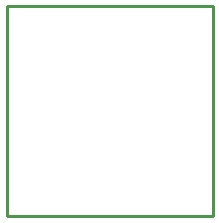
<source format=gbr>
G04 EAGLE Gerber RS-274X export*
G75*
%MOMM*%
%FSLAX34Y34*%
%LPD*%
%IN*%
%IPPOS*%
%AMOC8*
5,1,8,0,0,1.08239X$1,22.5*%
G01*
%ADD10C,0.254000*%


D10*
X444500Y444500D02*
X619000Y444500D01*
X619000Y622200D01*
X444500Y622200D01*
X444500Y444500D01*
M02*

</source>
